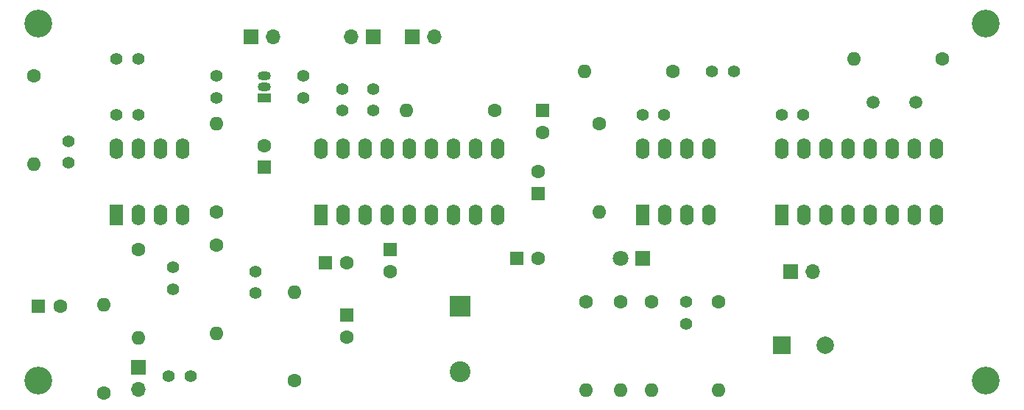
<source format=gts>
G04 #@! TF.GenerationSoftware,KiCad,Pcbnew,5.1.8-5.1.8*
G04 #@! TF.CreationDate,2021-12-06T17:42:23+01:00*
G04 #@! TF.ProjectId,Dcf77_Elrad,44636637-375f-4456-9c72-61642e6b6963,1.0*
G04 #@! TF.SameCoordinates,Original*
G04 #@! TF.FileFunction,Soldermask,Top*
G04 #@! TF.FilePolarity,Negative*
%FSLAX46Y46*%
G04 Gerber Fmt 4.6, Leading zero omitted, Abs format (unit mm)*
G04 Created by KiCad (PCBNEW 5.1.8-5.1.8) date 2021-12-06 17:42:23*
%MOMM*%
%LPD*%
G01*
G04 APERTURE LIST*
%ADD10O,1.700000X1.700000*%
%ADD11R,1.700000X1.700000*%
%ADD12O,1.600000X1.600000*%
%ADD13C,1.600000*%
%ADD14R,1.500000X1.050000*%
%ADD15O,1.500000X1.050000*%
%ADD16O,1.600000X2.400000*%
%ADD17R,1.600000X2.400000*%
%ADD18C,1.400000*%
%ADD19R,1.600000X1.600000*%
%ADD20C,2.400000*%
%ADD21R,2.400000X2.400000*%
%ADD22C,2.000000*%
%ADD23R,2.000000X2.000000*%
%ADD24C,3.200000*%
%ADD25C,1.800000*%
%ADD26R,1.800000X1.800000*%
%ADD27C,1.500000*%
G04 APERTURE END LIST*
D10*
X139964000Y-82992000D03*
D11*
X137424000Y-82992000D03*
D10*
X121464000Y-82992000D03*
D11*
X118924000Y-82992000D03*
D10*
X130384000Y-82992000D03*
D11*
X132924000Y-82992000D03*
D10*
X105924000Y-123532000D03*
D11*
X105924000Y-120992000D03*
D10*
X183464000Y-109992000D03*
D11*
X180924000Y-109992000D03*
D12*
X101924000Y-113832000D03*
D13*
X101924000Y-123992000D03*
D12*
X93924000Y-97652000D03*
D13*
X93924000Y-87492000D03*
D12*
X114924000Y-92992000D03*
D13*
X114924000Y-103152000D03*
D12*
X105924000Y-117652000D03*
D13*
X105924000Y-107492000D03*
D12*
X114924000Y-117152000D03*
D13*
X114924000Y-106992000D03*
D14*
X120424000Y-89992000D03*
D15*
X120424000Y-87452000D03*
X120424000Y-88722000D03*
D16*
X103424000Y-95872000D03*
X111044000Y-103492000D03*
X105964000Y-95872000D03*
X108504000Y-103492000D03*
X108504000Y-95872000D03*
X105964000Y-103492000D03*
X111044000Y-95872000D03*
D17*
X103424000Y-103492000D03*
D18*
X105924000Y-91992000D03*
X103424000Y-91992000D03*
X114924000Y-89992000D03*
X114924000Y-87492000D03*
X124924000Y-87492000D03*
X124924000Y-89992000D03*
D13*
X96924000Y-113992000D03*
D19*
X94424000Y-113992000D03*
D18*
X111924000Y-121992000D03*
X109424000Y-121992000D03*
X97924000Y-97492000D03*
X97924000Y-94992000D03*
X103424000Y-85492000D03*
X105924000Y-85492000D03*
X109924000Y-109492000D03*
X109924000Y-111992000D03*
X119424000Y-112492000D03*
X119424000Y-109992000D03*
X132924000Y-88992000D03*
X132924000Y-91492000D03*
X129424000Y-88992000D03*
X129424000Y-91492000D03*
D12*
X123924000Y-112332000D03*
D13*
X123924000Y-122492000D03*
X151924000Y-108492000D03*
D19*
X149424000Y-108492000D03*
D20*
X142924000Y-121492000D03*
D21*
X142924000Y-113992000D03*
D13*
X129924000Y-117492000D03*
D19*
X129924000Y-114992000D03*
D13*
X134924000Y-109992000D03*
D19*
X134924000Y-107492000D03*
D13*
X129924000Y-108992000D03*
D19*
X127424000Y-108992000D03*
D12*
X172674000Y-123652000D03*
D13*
X172674000Y-113492000D03*
D12*
X161424000Y-123652000D03*
D13*
X161424000Y-113492000D03*
D12*
X157424000Y-123652000D03*
D13*
X157424000Y-113492000D03*
D22*
X184924000Y-118492000D03*
D23*
X179924000Y-118492000D03*
D13*
X151924000Y-98492000D03*
D19*
X151924000Y-100992000D03*
D13*
X152424000Y-93992000D03*
D19*
X152424000Y-91492000D03*
D13*
X120424000Y-95492000D03*
D19*
X120424000Y-97992000D03*
D24*
X203424000Y-122492000D03*
X203424000Y-81492000D03*
X94424000Y-122492000D03*
X94424000Y-81492000D03*
D12*
X158924000Y-103152000D03*
D13*
X158924000Y-92992000D03*
D12*
X164924000Y-123652000D03*
D13*
X164924000Y-113492000D03*
D25*
X161384000Y-108492000D03*
D26*
X163924000Y-108492000D03*
D18*
X168924000Y-113492000D03*
X168924000Y-115992000D03*
D16*
X163924000Y-95872000D03*
X171544000Y-103492000D03*
X166464000Y-95872000D03*
X169004000Y-103492000D03*
X169004000Y-95872000D03*
X166464000Y-103492000D03*
X171544000Y-95872000D03*
D17*
X163924000Y-103492000D03*
D18*
X166424000Y-91992000D03*
X163924000Y-91992000D03*
D12*
X157264000Y-86992000D03*
D13*
X167424000Y-86992000D03*
D12*
X136764000Y-91492000D03*
D13*
X146924000Y-91492000D03*
D16*
X126924000Y-95872000D03*
X147244000Y-103492000D03*
X129464000Y-95872000D03*
X144704000Y-103492000D03*
X132004000Y-95872000D03*
X142164000Y-103492000D03*
X134544000Y-95872000D03*
X139624000Y-103492000D03*
X137084000Y-95872000D03*
X137084000Y-103492000D03*
X139624000Y-95872000D03*
X134544000Y-103492000D03*
X142164000Y-95872000D03*
X132004000Y-103492000D03*
X144704000Y-95872000D03*
X129464000Y-103492000D03*
X147244000Y-95872000D03*
D17*
X126924000Y-103492000D03*
D16*
X179924000Y-95872000D03*
X197704000Y-103492000D03*
X182464000Y-95872000D03*
X195164000Y-103492000D03*
X185004000Y-95872000D03*
X192624000Y-103492000D03*
X187544000Y-95872000D03*
X190084000Y-103492000D03*
X190084000Y-95872000D03*
X187544000Y-103492000D03*
X192624000Y-95872000D03*
X185004000Y-103492000D03*
X195164000Y-95872000D03*
X182464000Y-103492000D03*
X197704000Y-95872000D03*
D17*
X179924000Y-103492000D03*
D18*
X171924000Y-86992000D03*
X174424000Y-86992000D03*
D12*
X188264000Y-85492000D03*
D13*
X198424000Y-85492000D03*
D18*
X179924000Y-91992000D03*
X182424000Y-91992000D03*
D27*
X190424000Y-90492000D03*
X195304000Y-90492000D03*
M02*

</source>
